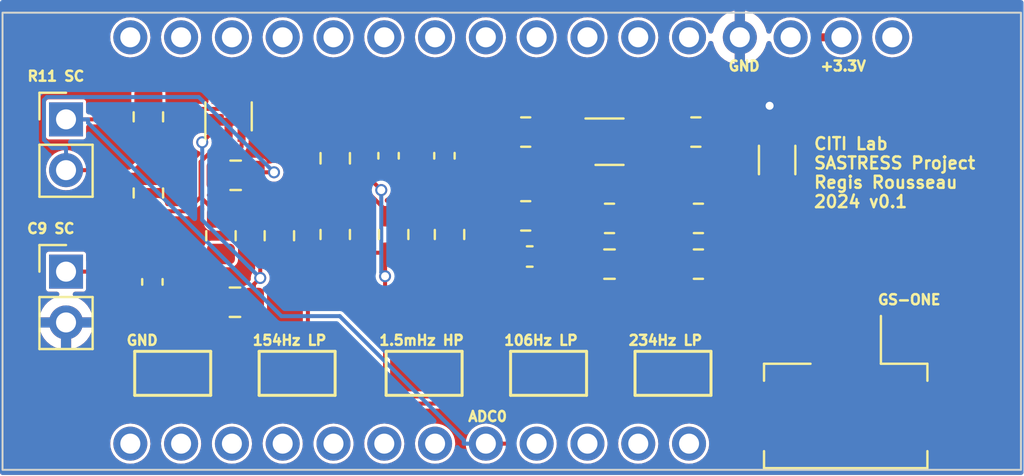
<source format=kicad_pcb>
(kicad_pcb (version 20211014) (generator pcbnew)
  (title_block (title "Sensor Ampliflying and Filtering Board") (date "2024-01-30") (rev "v0.1") (company "CITI Lab"))
  (layers (0 "F.Cu" mixed) (31 "B.Cu" mixed) (34 "B.Paste" user) (35 "F.Paste" user) (36 "B.SilkS" user "B.Silkscreen") (37 "F.SilkS" user "F.Silkscreen") (38 "B.Mask" user) (39 "F.Mask" user) (44 "Edge.Cuts" user))
  (net 0 "")
  (net 2 "GND")
  (net 3 "Net-(C2-Pad1)")
  (net 4 "Net-(C2-Pad2)")
  (net 5 "Net-(C3-Pad1)")
  (net 6 "Net-(C3-Pad2)")
  (net 7 "Net-(C4-Pad2)")
  (net 8 "Net-(C5-Pad1)")
  (net 9 "Net-(C6-Pad1)")
  (net 10 "Net-(C7-Pad1)")
  (net 11 "Net-(C7-Pad2)")
  (net 12 "Net-(C8-Pad1)")
  (net 13 "Net-(C9-Pad1)")
  (net 14 "3V3")
  (net 15 "Net-(R12-Pad2)")
  (net 32 "PB13_ADC0")
  (net 37 "Net-(C1-Pad1)")
  (footprint "TestPoint:TestPoint_Keystone_5015_Micro-Minature" (layer "F.Cu") (at 105.664 59.309)
    (fp_text reference "TP5" hide)
    (fp_text value "TestPoint" hide)
    (fp_line (start 1.9 -1.1) (end 1.9 1.1) (layer "F.SilkS") (width 0.15))
    (fp_line (start 1.9 1.1) (end -1.9 1.1) (layer "F.SilkS") (width 0.15))
    (fp_line (start -1.9 -1.1) (end 1.9 -1.1) (layer "F.SilkS") (width 0.15))
    (fp_line (start -1.9 1.1) (end -1.9 -1.1) (layer "F.SilkS") (width 0.15))
    (pad "1" smd rect locked (at 0 0) (size 3.4 1.8) (layers "F.Cu" "F.Paste" "F.Mask") (net 2 "GND"))
  )
  (footprint "Resistor_SMD:R_0805_2012Metric" (layer "F.Cu") (at 119.507 52.3665 -90)
    (fp_text reference "R7" hide)
    (fp_text value "2.2M" hide)
    (fp_line (start -0.227064 -0.735) (end 0.227064 -0.735) (layer "F.SilkS") (width 0.12))
    (fp_line (start -0.227064 0.735) (end 0.227064 0.735) (layer "F.SilkS") (width 0.12))
    (pad "1" smd roundrect locked (at -0.9125 0 270) (size 1.025 1.4) (layers "F.Cu" "F.Paste" "F.Mask") (roundrect_rratio 0.243902) (net 7 "Net-(C4-Pad2)"))
    (pad "2" smd roundrect locked (at 0.9125 0 270) (size 1.025 1.4) (layers "F.Cu" "F.Paste" "F.Mask") (roundrect_rratio 0.243902) (net 8 "Net-(C5-Pad1)"))
  )
  (footprint "Resistor_SMD:R_0805_2012Metric" (layer "F.Cu") (at 131.953 53.848)
    (fp_text reference "R3" hide)
    (fp_text value "220k" hide)
    (fp_line (start -0.227064 -0.735) (end 0.227064 -0.735) (layer "F.SilkS") (width 0.12))
    (fp_line (start -0.227064 0.735) (end 0.227064 0.735) (layer "F.SilkS") (width 0.12))
    (pad "1" smd roundrect locked (at -0.9125 0) (size 1.025 1.4) (layers "F.Cu" "F.Paste" "F.Mask") (roundrect_rratio 0.243902) (net 37 "Net-(C1-Pad1)"))
    (pad "2" smd roundrect locked (at 0.9125 0) (size 1.025 1.4) (layers "F.Cu" "F.Paste" "F.Mask") (roundrect_rratio 0.243902) (net 2 "GND"))
  )
  (footprint "Resistor_SMD:R_0805_2012Metric" (layer "F.Cu") (at 123.317 47.244)
    (fp_text reference "R6" hide)
    (fp_text value "220k" hide)
    (fp_line (start -0.227064 -0.735) (end 0.227064 -0.735) (layer "F.SilkS") (width 0.12))
    (fp_line (start -0.227064 0.735) (end 0.227064 0.735) (layer "F.SilkS") (width 0.12))
    (pad "1" smd roundrect locked (at -0.9125 0) (size 1.025 1.4) (layers "F.Cu" "F.Paste" "F.Mask") (roundrect_rratio 0.243902) (net 8 "Net-(C5-Pad1)"))
    (pad "2" smd roundrect locked (at 0.9125 0) (size 1.025 1.4) (layers "F.Cu" "F.Paste" "F.Mask") (roundrect_rratio 0.243902) (net 37 "Net-(C1-Pad1)"))
  )
  (footprint "Package_TO_SOT_SMD:SOT-353_SC-70-5" (layer "F.Cu") (at 127.508 47.726)
    (fp_text reference "U1" hide)
    (fp_text value "TLV9001IDCK" hide)
    (fp_line (start -0.7 1.16) (end 0.7 1.16) (layer "F.SilkS") (width 0.12))
    (fp_line (start 0.7 -1.16) (end -1.2 -1.16) (layer "F.SilkS") (width 0.12))
    (pad "1" smd rect locked (at -0.95 -0.65) (size 0.65 0.4) (layers "F.Cu" "F.Paste" "F.Mask") (net 37 "Net-(C1-Pad1)"))
    (pad "2" smd rect locked (at -0.95 0) (size 0.65 0.4) (layers "F.Cu" "F.Paste" "F.Mask") (net 2 "GND"))
    (pad "3" smd rect locked (at -0.95 0.65) (size 0.65 0.4) (layers "F.Cu" "F.Paste" "F.Mask") (net 5 "Net-(C3-Pad1)"))
    (pad "4" smd rect locked (at 0.95 0.65) (size 0.65 0.4) (layers "F.Cu" "F.Paste" "F.Mask") (net 6 "Net-(C3-Pad2)"))
    (pad "5" smd rect locked (at 0.95 -0.65) (size 0.65 0.4) (layers "F.Cu" "F.Paste" "F.Mask") (net 14 "3V3"))
  )
  (footprint "Resistor_SMD:R_0805_2012Metric" (layer "F.Cu") (at 131.826 47.244)
    (fp_text reference "R1" hide)
    (fp_text value "220k" hide)
    (fp_line (start -0.227064 0.735) (end 0.227064 0.735) (layer "F.SilkS") (width 0.12))
    (fp_line (start -0.227064 -0.735) (end 0.227064 -0.735) (layer "F.SilkS") (width 0.12))
    (pad "1" smd roundrect locked (at -0.9125 0) (size 1.025 1.4) (layers "F.Cu" "F.Paste" "F.Mask") (roundrect_rratio 0.243902) (net 14 "3V3"))
    (pad "2" smd roundrect locked (at 0.9125 0) (size 1.025 1.4) (layers "F.Cu" "F.Paste" "F.Mask") (roundrect_rratio 0.243902) (net 37 "Net-(C1-Pad1)"))
  )
  (footprint "Resistor_SMD:R_0805_2012Metric" (layer "F.Cu") (at 123.317 51.435)
    (fp_text reference "R4" hide)
    (fp_text value "10k" hide)
    (fp_line (start -0.227064 -0.735) (end 0.227064 -0.735) (layer "F.SilkS") (width 0.12))
    (fp_line (start -0.227064 0.735) (end 0.227064 0.735) (layer "F.SilkS") (width 0.12))
    (pad "1" smd roundrect locked (at -0.9125 0) (size 1.025 1.4) (layers "F.Cu" "F.Paste" "F.Mask") (roundrect_rratio 0.243902) (net 4 "Net-(C2-Pad2)"))
    (pad "2" smd roundrect locked (at 0.9125 0) (size 1.025 1.4) (layers "F.Cu" "F.Paste" "F.Mask") (roundrect_rratio 0.243902) (net 5 "Net-(C3-Pad1)"))
  )
  (footprint "Resistor_SMD:R_0805_2012Metric" (layer "F.Cu") (at 113.792 52.3665 -90)
    (fp_text reference "R9" hide)
    (fp_text value "68k" hide)
    (fp_line (start -0.227064 0.735) (end 0.227064 0.735) (layer "F.SilkS") (width 0.12))
    (fp_line (start -0.227064 -0.735) (end 0.227064 -0.735) (layer "F.SilkS") (width 0.12))
    (pad "1" smd roundrect locked (at -0.9125 0 270) (size 1.025 1.4) (layers "F.Cu" "F.Paste" "F.Mask") (roundrect_rratio 0.243902) (net 10 "Net-(C7-Pad1)"))
    (pad "2" smd roundrect locked (at 0.9125 0 270) (size 1.025 1.4) (layers "F.Cu" "F.Paste" "F.Mask") (roundrect_rratio 0.243902) (net 9 "Net-(C6-Pad1)"))
  )
  (footprint "Connector_PinHeader_2.54mm:PinHeader_1x02_P2.54mm_Vertical" (layer "F.Cu") (at 100.33 54.224)
    (fp_text reference "J2" hide)
    (fp_text value "Conn_01x02_Female" hide)
    (fp_line (start -1.33 -1.33) (end 0 -1.33) (layer "F.SilkS") (width 0.12))
    (fp_line (start -1.33 0) (end -1.33 -1.33) (layer "F.SilkS") (width 0.12))
    (fp_line (start 1.33 1.27) (end 1.33 3.87) (layer "F.SilkS") (width 0.12))
    (fp_line (start -1.33 1.27) (end -1.33 3.87) (layer "F.SilkS") (width 0.12))
    (fp_line (start -1.33 1.27) (end 1.33 1.27) (layer "F.SilkS") (width 0.12))
    (fp_line (start -1.33 3.87) (end 1.33 3.87) (layer "F.SilkS") (width 0.12))
    (pad "1" thru_hole rect locked (at 0 0) (size 1.7 1.7) (drill 1) (layers *.Cu *.Mask) (net 13 "Net-(C9-Pad1)"))
    (pad "2" thru_hole oval locked (at 0 2.54) (size 1.7 1.7) (drill 1) (layers *.Cu *.Mask) (net 2 "GND"))
  )
  (footprint "Resistor_SMD:R_0805_2012Metric" (layer "F.Cu") (at 108.077 52.4275 -90)
    (fp_text reference "R13" hide)
    (fp_text value "4.7k" hide)
    (fp_line (start -0.227064 0.735) (end 0.227064 0.735) (layer "F.SilkS") (width 0.12))
    (fp_line (start -0.227064 -0.735) (end 0.227064 -0.735) (layer "F.SilkS") (width 0.12))
    (pad "1" smd roundrect locked (at -0.9125 0 270) (size 1.025 1.4) (layers "F.Cu" "F.Paste" "F.Mask") (roundrect_rratio 0.243902) (net 15 "Net-(R12-Pad2)"))
    (pad "2" smd roundrect locked (at 0.9125 0 270) (size 1.025 1.4) (layers "F.Cu" "F.Paste" "F.Mask") (roundrect_rratio 0.243902) (net 13 "Net-(C9-Pad1)"))
  )
  (footprint "TestPoint:TestPoint_Keystone_5015_Micro-Minature" (layer "F.Cu") (at 111.887 59.309)
    (fp_text reference "TP1" hide)
    (fp_text value "TestPoint" hide)
    (fp_line (start 1.9 1.1) (end -1.9 1.1) (layer "F.SilkS") (width 0.15))
    (fp_line (start -1.9 1.1) (end -1.9 -1.1) (layer "F.SilkS") (width 0.15))
    (fp_line (start 1.9 -1.1) (end 1.9 1.1) (layer "F.SilkS") (width 0.15))
    (fp_line (start -1.9 -1.1) (end 1.9 -1.1) (layer "F.SilkS") (width 0.15))
    (pad "1" smd rect locked (at 0 0) (size 3.4 1.8) (layers "F.Cu" "F.Paste" "F.Mask") (net 6 "Net-(C3-Pad2)"))
  )
  (footprint "Capacitor_SMD:C_0603_1608Metric" (layer "F.Cu") (at 116.459 48.4295 -90)
    (fp_text reference "C6" hide)
    (fp_text value "220n" hide)
    (fp_line (start -0.14058 0.51) (end 0.14058 0.51) (layer "F.SilkS") (width 0.12))
    (fp_line (start -0.14058 -0.51) (end 0.14058 -0.51) (layer "F.SilkS") (width 0.12))
    (pad "1" smd roundrect locked (at -0.775 0 270) (size 0.9 0.95) (layers "F.Cu" "F.Paste" "F.Mask") (net 9 "Net-(C6-Pad1)"))
    (pad "2" smd roundrect locked (at 0.775 0 270) (size 0.9 0.95) (layers "F.Cu" "F.Paste" "F.Mask") (net 2 "GND"))
  )
  (footprint "Capacitor_SMD:C_0805_2012Metric" (layer "F.Cu") (at 127.508 53.848)
    (fp_text reference "C3" hide)
    (fp_text value "2.2n" hide)
    (fp_line (start -0.261252 -0.735) (end 0.261252 -0.735) (layer "F.SilkS") (width 0.12))
    (fp_line (start -0.261252 0.735) (end 0.261252 0.735) (layer "F.SilkS") (width 0.12))
    (pad "1" smd roundrect locked (at -0.95 0) (size 1 1.45) (layers "F.Cu" "F.Paste" "F.Mask") (net 5 "Net-(C3-Pad1)"))
    (pad "2" smd roundrect locked (at 0.95 0) (size 1 1.45) (layers "F.Cu" "F.Paste" "F.Mask") (net 6 "Net-(C3-Pad2)"))
  )
  (footprint "Resistor_SMD:R_0805_2012Metric" (layer "F.Cu") (at 104.448 50.292 -90)
    (fp_text reference "R12" hide)
    (fp_text value "4.7k" hide)
    (fp_line (start -0.227064 -0.735) (end 0.227064 -0.735) (layer "F.SilkS") (width 0.12))
    (fp_line (start -0.227064 0.735) (end 0.227064 0.735) (layer "F.SilkS") (width 0.12))
    (pad "1" smd roundrect locked (at -0.9125 0 270) (size 1.025 1.4) (layers "F.Cu" "F.Paste" "F.Mask") (roundrect_rratio 0.243902) (net 11 "Net-(C7-Pad2)"))
    (pad "2" smd roundrect locked (at 0.9125 0 270) (size 1.025 1.4) (layers "F.Cu" "F.Paste" "F.Mask") (roundrect_rratio 0.243902) (net 15 "Net-(R12-Pad2)"))
  )
  (footprint "Connector_JST:JST_PH_B2B-PH-SM4-TB_1x02-1MP_P2.00mm_Vertical" (layer "F.Cu") (at 139.319 59.69 180)
    (fp_text reference "JST1" hide)
    (fp_text value "Conn_01x02" hide)
    (fp_line (start -4.085 0.86) (end -1.76 0.86) (layer "F.SilkS") (width 0.12))
    (fp_line (start 4.085 0.01) (end 4.085 0.86) (layer "F.SilkS") (width 0.12))
    (fp_line (start 4.085 0.86) (end 1.76 0.86) (layer "F.SilkS") (width 0.12))
    (fp_line (start -4.085 -3.51) (end -4.085 -4.36) (layer "F.SilkS") (width 0.12))
    (fp_line (start -4.085 -4.36) (end 4.085 -4.36) (layer "F.SilkS") (width 0.12))
    (fp_line (start 4.085 -4.36) (end 4.085 -3.51) (layer "F.SilkS") (width 0.12))
    (fp_line (start -1.76 0.86) (end -1.76 3.25) (layer "F.SilkS") (width 0.12))
    (fp_line (start -4.085 0.01) (end -4.085 0.86) (layer "F.SilkS") (width 0.12))
    (pad "1" smd roundrect locked (at -1 0.5 180) (size 1 5.5) (layers "F.Cu" "F.Paste" "F.Mask") (net 37 "Net-(C1-Pad1)"))
    (pad "2" smd roundrect locked (at 1 0.5 180) (size 1 5.5) (layers "F.Cu" "F.Paste" "F.Mask") (net 3 "Net-(C2-Pad1)"))
    (pad "MP" smd roundrect locked (at -3.4 -1.75 180) (size 1.6 3) (layers "F.Cu" "F.Paste" "F.Mask") (roundrect_rratio 0.15625))
    (pad "MP" smd roundrect locked (at 3.4 -1.75 180) (size 1.6 3) (layers "F.Cu" "F.Paste" "F.Mask") (roundrect_rratio 0.15625))
  )
  (footprint "penguino_v1:Feather-Generic-no-holes" (layer "F.Cu") (at 147.9945 41.2355 -90)
    (fp_text reference "board1" hide)
    (fp_text value "Feather-Generic" hide)
    (pad "1" thru_hole oval locked (at 1.27 6.35 270) (size 1.7 1.7) (drill 1) (layers *.Cu *.Mask))
    (pad "2" thru_hole oval locked (at 1.27 8.89 270) (size 1.7 1.7) (drill 1) (layers *.Cu *.Mask) (net 14 "3V3"))
    (pad "3" thru_hole oval locked (at 1.27 11.43 270) (size 1.7 1.7) (drill 1) (layers *.Cu *.Mask))
    (pad "4" thru_hole oval locked (at 1.27 13.97 270) (size 1.7 1.7) (drill 1) (layers *.Cu *.Mask) (net 2 "GND"))
    (pad "5" thru_hole oval locked (at 1.27 16.51 270) (size 1.7 1.7) (drill 1) (layers *.Cu *.Mask))
    (pad "6" thru_hole oval locked (at 1.27 19.05 270) (size 1.7 1.7) (drill 1) (layers *.Cu *.Mask))
    (pad "7" thru_hole oval locked (at 1.27 21.59 270) (size 1.7 1.7) (drill 1) (layers *.Cu *.Mask))
    (pad "8" thru_hole oval locked (at 1.27 24.13 270) (size 1.7 1.7) (drill 1) (layers *.Cu *.Mask))
    (pad "9" thru_hole oval locked (at 1.27 26.67 270) (size 1.7 1.7) (drill 1) (layers *.Cu *.Mask))
    (pad "10" thru_hole oval locked (at 1.27 29.21 270) (size 1.7 1.7) (drill 1) (layers *.Cu *.Mask))
    (pad "11" thru_hole oval locked (at 1.27 31.75 270) (size 1.7 1.7) (drill 1) (layers *.Cu *.Mask))
    (pad "12" thru_hole oval locked (at 1.27 34.29 270) (size 1.7 1.7) (drill 1) (layers *.Cu *.Mask))
    (pad "13" thru_hole oval locked (at 1.27 36.83 270) (size 1.7 1.7) (drill 1) (layers *.Cu *.Mask))
    (pad "14" thru_hole oval locked (at 1.27 39.37 270) (size 1.7 1.7) (drill 1) (layers *.Cu *.Mask))
    (pad "15" thru_hole oval locked (at 1.27 41.91 270) (size 1.7 1.7) (drill 1) (layers *.Cu *.Mask))
    (pad "16" thru_hole oval locked (at 1.27 44.45 270) (size 1.7 1.7) (drill 1) (layers *.Cu *.Mask))
    (pad "17" thru_hole oval locked (at 21.59 44.45 270) (size 1.7 1.7) (drill 1) (layers *.Cu *.Mask))
    (pad "18" thru_hole oval locked (at 21.59 41.91 270) (size 1.7 1.7) (drill 1) (layers *.Cu *.Mask))
    (pad "19" thru_hole oval locked (at 21.59 39.37 270) (size 1.7 1.7) (drill 1) (layers *.Cu *.Mask))
    (pad "20" thru_hole oval locked (at 21.59 36.83 270) (size 1.7 1.7) (drill 1) (layers *.Cu *.Mask))
    (pad "21" thru_hole oval locked (at 21.59 34.29 270) (size 1.7 1.7) (drill 1) (layers *.Cu *.Mask))
    (pad "22" thru_hole oval locked (at 21.59 31.75 270) (size 1.7 1.7) (drill 1) (layers *.Cu *.Mask))
    (pad "23" thru_hole oval locked (at 21.59 29.21 270) (size 1.7 1.7) (drill 1) (layers *.Cu *.Mask))
    (pad "24" thru_hole oval locked (at 21.59 26.67 270) (size 1.7 1.7) (drill 1) (layers *.Cu *.Mask) (net 32 "PB13_ADC0"))
    (pad "25" thru_hole oval locked (at 21.59 24.13 270) (size 1.7 1.7) (drill 1) (layers *.Cu *.Mask))
    (pad "26" thru_hole oval locked (at 21.59 21.59 270) (size 1.7 1.7) (drill 1) (layers *.Cu *.Mask))
    (pad "27" thru_hole oval locked (at 21.59 19.05 270) (size 1.7 1.7) (drill 1) (layers *.Cu *.Mask))
    (pad "28" thru_hole oval locked (at 21.59 16.51 270) (size 1.7 1.7) (drill 1) (layers *.Cu *.Mask))
  )
  (footprint "Capacitor_SMD:C_0805_2012Metric" (layer "F.Cu") (at 108.812 49.4055)
    (fp_text reference "C7" hide)
    (fp_text value "10n" hide)
    (fp_line (start -0.261252 0.735) (end 0.261252 0.735) (layer "F.SilkS") (width 0.12))
    (fp_line (start -0.261252 -0.735) (end 0.261252 -0.735) (layer "F.SilkS") (width 0.12))
    (pad "1" smd roundrect locked (at -0.95 0) (size 1 1.45) (layers "F.Cu" "F.Paste" "F.Mask") (net 10 "Net-(C7-Pad1)"))
    (pad "2" smd roundrect locked (at 0.95 0) (size 1 1.45) (layers "F.Cu" "F.Paste" "F.Mask") (net 11 "Net-(C7-Pad2)"))
  )
  (footprint "Package_TO_SOT_SMD:SOT-353_SC-70-5" (layer "F.Cu") (at 108.458 46.4585 90)
    (fp_text reference "U2" hide)
    (fp_text value "TLV9001IDCK" hide)
    (fp_line (start -0.7 1.16) (end 0.7 1.16) (layer "F.SilkS") (width 0.12))
    (fp_line (start 0.7 -1.16) (end -1.2 -1.16) (layer "F.SilkS") (width 0.12))
    (pad "1" smd rect locked (at -0.95 -0.65 90) (size 0.65 0.4) (layers "F.Cu" "F.Paste" "F.Mask") (net 12 "Net-(C8-Pad1)"))
    (pad "2" smd rect locked (at -0.95 0 90) (size 0.65 0.4) (layers "F.Cu" "F.Paste" "F.Mask") (net 2 "GND"))
    (pad "3" smd rect locked (at -0.95 0.65 90) (size 0.65 0.4) (layers "F.Cu" "F.Paste" "F.Mask") (net 15 "Net-(R12-Pad2)"))
    (pad "4" smd rect locked (at 0.95 0.65 90) (size 0.65 0.4) (layers "F.Cu" "F.Paste" "F.Mask") (net 32 "PB13_ADC0"))
    (pad "5" smd rect locked (at 0.95 -0.65 90) (size 0.65 0.4) (layers "F.Cu" "F.Paste" "F.Mask") (net 14 "3V3"))
  )
  (footprint "Resistor_SMD:R_0805_2012Metric" (layer "F.Cu") (at 127.508 51.562)
    (fp_text reference "R5" hide)
    (fp_text value "470k" hide)
    (fp_line (start -0.227064 0.735) (end 0.227064 0.735) (layer "F.SilkS") (width 0.12))
    (fp_line (start -0.227064 -0.735) (end 0.227064 -0.735) (layer "F.SilkS") (width 0.12))
    (pad "1" smd roundrect locked (at -0.9125 0) (size 1.025 1.4) (layers "F.Cu" "F.Paste" "F.Mask") (roundrect_rratio 0.243902) (net 5 "Net-(C3-Pad1)"))
    (pad "2" smd roundrect locked (at 0.9125 0) (size 1.025 1.4) (layers "F.Cu" "F.Paste" "F.Mask") (roundrect_rratio 0.243902) (net 6 "Net-(C3-Pad2)"))
  )
  (footprint "Resistor_SMD:R_0805_2012Metric" (layer "F.Cu") (at 104.448 46.482 -90)
    (fp_text reference "R11" hide)
    (fp_text value "100k" hide)
    (fp_line (start -0.227064 -0.735) (end 0.227064 -0.735) (layer "F.SilkS") (width 0.12))
    (fp_line (start -0.227064 0.735) (end 0.227064 0.735) (layer "F.SilkS") (width 0.12))
    (pad "1" smd roundrect locked (at -0.9125 0 270) (size 1.025 1.4) (layers "F.Cu" "F.Paste" "F.Mask") (roundrect_rratio 0.243902) (net 32 "PB13_ADC0"))
    (pad "2" smd roundrect locked (at 0.9125 0 270) (size 1.025 1.4) (layers "F.Cu" "F.Paste" "F.Mask") (roundrect_rratio 0.243902) (net 11 "Net-(C7-Pad2)"))
  )
  (footprint "Resistor_SMD:R_0805_2012Metric" (layer "F.Cu") (at 110.998 52.4275 -90)
    (fp_text reference "R10" hide)
    (fp_text value "68k" hide)
    (fp_line (start -0.227064 0.735) (end 0.227064 0.735) (layer "F.SilkS") (width 0.12))
    (fp_line (start -0.227064 -0.735) (end 0.227064 -0.735) (layer "F.SilkS") (width 0.12))
    (pad "1" smd roundrect locked (at -0.9125 0 270) (size 1.025 1.4) (layers "F.Cu" "F.Paste" "F.Mask") (roundrect_rratio 0.243902) (net 12 "Net-(C8-Pad1)"))
    (pad "2" smd roundrect locked (at 0.9125 0 270) (size 1.025 1.4) (layers "F.Cu" "F.Paste" "F.Mask") (roundrect_rratio 0.243902) (net 10 "Net-(C7-Pad1)"))
  )
  (footprint "TestPoint:TestPoint_Keystone_5015_Micro-Minature" (layer "F.Cu") (at 118.237 59.309)
    (fp_text reference "TP2" hide)
    (fp_text value "TestPoint" hide)
    (fp_line (start -1.9 -1.1) (end 1.9 -1.1) (layer "F.SilkS") (width 0.15))
    (fp_line (start 1.9 1.1) (end -1.9 1.1) (layer "F.SilkS") (width 0.15))
    (fp_line (start -1.9 1.1) (end -1.9 -1.1) (layer "F.SilkS") (width 0.15))
    (fp_line (start 1.9 -1.1) (end 1.9 1.1) (layer "F.SilkS") (width 0.15))
    (pad "1" smd rect locked (at 0 0) (size 3.4 1.8) (layers "F.Cu" "F.Paste" "F.Mask") (net 7 "Net-(C4-Pad2)"))
  )
  (footprint "TestPoint:TestPoint_Keystone_5015_Micro-Minature" (layer "F.Cu") (at 130.683 59.309)
    (fp_text reference "TP4" hide)
    (fp_text value "TestPoint" hide)
    (fp_line (start 1.9 -1.1) (end 1.9 1.1) (layer "F.SilkS") (width 0.15))
    (fp_line (start -1.9 1.1) (end -1.9 -1.1) (layer "F.SilkS") (width 0.15))
    (fp_line (start 1.9 1.1) (end -1.9 1.1) (layer "F.SilkS") (width 0.15))
    (fp_line (start -1.9 -1.1) (end 1.9 -1.1) (layer "F.SilkS") (width 0.15))
    (pad "1" smd rect locked (at 0 0) (size 3.4 1.8) (layers "F.Cu" "F.Paste" "F.Mask") (net 32 "PB13_ADC0"))
  )
  (footprint "Resistor_SMD:R_0805_2012Metric" (layer "F.Cu") (at 131.953 51.562)
    (fp_text reference "R2" hide)
    (fp_text value "7.5k" hide)
    (fp_line (start -0.227064 -0.735) (end 0.227064 -0.735) (layer "F.SilkS") (width 0.12))
    (fp_line (start -0.227064 0.735) (end 0.227064 0.735) (layer "F.SilkS") (width 0.12))
    (pad "1" smd roundrect locked (at -0.9125 0) (size 1.025 1.4) (layers "F.Cu" "F.Paste" "F.Mask") (roundrect_rratio 0.243902) (net 3 "Net-(C2-Pad1)"))
    (pad "2" smd roundrect locked (at 0.9125 0) (size 1.025 1.4) (layers "F.Cu" "F.Paste" "F.Mask") (roundrect_rratio 0.243902) (net 37 "Net-(C1-Pad1)"))
  )
  (footprint "Capacitor_SMD:C_0603_1608Metric" (layer "F.Cu") (at 123.517 53.467 180)
    (fp_text reference "C2" hide)
    (fp_text value "2.2u" hide)
    (fp_line (start -0.14058 -0.51) (end 0.14058 -0.51) (layer "F.SilkS") (width 0.12))
    (fp_line (start -0.14058 0.51) (end 0.14058 0.51) (layer "F.SilkS") (width 0.12))
    (pad "1" smd roundrect locked (at -0.775 0 180) (size 0.9 0.95) (layers "F.Cu" "F.Paste" "F.Mask") (net 3 "Net-(C2-Pad1)"))
    (pad "2" smd roundrect locked (at 0.775 0 180) (size 0.9 0.95) (layers "F.Cu" "F.Paste" "F.Mask") (net 4 "Net-(C2-Pad2)"))
  )
  (footprint "Capacitor_SMD:C_0805_2012Metric" (layer "F.Cu") (at 108.778 55.753 180)
    (fp_text reference "C8" hide)
    (fp_text value "10n" hide)
    (fp_line (start -0.261252 0.735) (end 0.261252 0.735) (layer "F.SilkS") (width 0.12))
    (fp_line (start -0.261252 -0.735) (end 0.261252 -0.735) (layer "F.SilkS") (width 0.12))
    (pad "1" smd roundrect locked (at -0.95 0 180) (size 1 1.45) (layers "F.Cu" "F.Paste" "F.Mask") (net 12 "Net-(C8-Pad1)"))
    (pad "2" smd roundrect locked (at 0.95 0 180) (size 1 1.45) (layers "F.Cu" "F.Paste" "F.Mask") (net 2 "GND"))
  )
  (footprint "TestPoint:TestPoint_Keystone_5015_Micro-Minature" (layer "F.Cu") (at 124.46 59.309)
    (fp_text reference "TP3" hide)
    (fp_text value "TestPoint" hide)
    (fp_line (start -1.9 1.1) (end -1.9 -1.1) (layer "F.SilkS") (width 0.15))
    (fp_line (start 1.9 -1.1) (end 1.9 1.1) (layer "F.SilkS") (width 0.15))
    (fp_line (start 1.9 1.1) (end -1.9 1.1) (layer "F.SilkS") (width 0.15))
    (fp_line (start -1.9 -1.1) (end 1.9 -1.1) (layer "F.SilkS") (width 0.15))
    (pad "1" smd rect locked (at 0 0) (size 3.4 1.8) (layers "F.Cu" "F.Paste" "F.Mask") (net 9 "Net-(C6-Pad1)"))
  )
  (footprint "Resistor_SMD:R_0805_2012Metric" (layer "F.Cu") (at 116.713 52.3665 90)
    (fp_text reference "R8" hide)
    (fp_text value "6.8k" hide)
    (fp_line (start -0.227064 -0.735) (end 0.227064 -0.735) (layer "F.SilkS") (width 0.12))
    (fp_line (start -0.227064 0.735) (end 0.227064 0.735) (layer "F.SilkS") (width 0.12))
    (pad "1" smd roundrect locked (at -0.9125 0 90) (size 1.025 1.4) (layers "F.Cu" "F.Paste" "F.Mask") (roundrect_rratio 0.243902) (net 9 "Net-(C6-Pad1)"))
    (pad "2" smd roundrect locked (at 0.9125 0 90) (size 1.025 1.4) (layers "F.Cu" "F.Paste" "F.Mask") (roundrect_rratio 0.243902) (net 7 "Net-(C4-Pad2)"))
  )
  (footprint "Capacitor_SMD:C_1206_3216Metric" (layer "F.Cu") (at 135.89 48.641 90)
    (fp_text reference "C1" hide)
    (fp_text value "100u" hide)
    (fp_line (start -0.711252 -0.91) (end 0.711252 -0.91) (layer "F.SilkS") (width 0.12))
    (fp_line (start -0.711252 0.91) (end 0.711252 0.91) (layer "F.SilkS") (width 0.12))
    (pad "1" smd roundrect locked (at -1.475 0 90) (size 1.15 1.8) (layers "F.Cu" "F.Paste" "F.Mask") (roundrect_rratio 0.217391) (net 37 "Net-(C1-Pad1)"))
    (pad "2" smd roundrect locked (at 1.475 0 90) (size 1.15 1.8) (layers "F.Cu" "F.Paste" "F.Mask") (roundrect_rratio 0.217391) (net 2 "GND"))
  )
  (footprint "Capacitor_SMD:C_0603_1608Metric" (layer "F.Cu") (at 104.648 54.737 -90)
    (fp_text reference "C9" hide)
    (fp_text value "2.2u" hide)
    (fp_line (start -0.14058 -0.51) (end 0.14058 -0.51) (layer "F.SilkS") (width 0.12))
    (fp_line (start -0.14058 0.51) (end 0.14058 0.51) (layer "F.SilkS") (width 0.12))
    (pad "1" smd roundrect locked (at -0.775 0 270) (size 0.9 0.95) (layers "F.Cu" "F.Paste" "F.Mask") (net 13 "Net-(C9-Pad1)"))
    (pad "2" smd roundrect locked (at 0.775 0 270) (size 0.9 0.95) (layers "F.Cu" "F.Paste" "F.Mask") (net 2 "GND"))
  )
  (footprint "Capacitor_SMD:C_0603_1608Metric" (layer "F.Cu") (at 119.253 48.4295 -90)
    (fp_text reference "C5" hide)
    (fp_text value "100n" hide)
    (fp_line (start -0.14058 -0.51) (end 0.14058 -0.51) (layer "F.SilkS") (width 0.12))
    (fp_line (start -0.14058 0.51) (end 0.14058 0.51) (layer "F.SilkS") (width 0.12))
    (pad "1" smd roundrect locked (at -0.775 0 270) (size 0.9 0.95) (layers "F.Cu" "F.Paste" "F.Mask") (net 8 "Net-(C5-Pad1)"))
    (pad "2" smd roundrect locked (at 0.775 0 270) (size 0.9 0.95) (layers "F.Cu" "F.Paste" "F.Mask") (net 2 "GND"))
  )
  (footprint "Capacitor_SMD:C_0805_2012Metric" (layer "F.Cu") (at 113.792 48.5565 90)
    (fp_text reference "C4" hide)
    (fp_text value "47u" hide)
    (fp_line (start -0.261252 -0.735) (end 0.261252 -0.735) (layer "F.SilkS") (width 0.12))
    (fp_line (start -0.261252 0.735) (end 0.261252 0.735) (layer "F.SilkS") (width 0.12))
    (pad "1" smd roundrect locked (at -0.95 0 90) (size 1 1.45) (layers "F.Cu" "F.Paste" "F.Mask") (net 6 "Net-(C3-Pad2)"))
    (pad "2" smd roundrect locked (at 0.95 0 90) (size 1 1.45) (layers "F.Cu" "F.Paste" "F.Mask") (net 7 "Net-(C4-Pad2)"))
  )
  (footprint "Connector_PinHeader_2.54mm:PinHeader_1x02_P2.54mm_Vertical" (layer "F.Cu") (at 100.33 46.609)
    (fp_text reference "J1" hide)
    (fp_text value "Conn_01x02_Female" hide)
    (fp_line (start -1.33 1.27) (end -1.33 3.87) (layer "F.SilkS") (width 0.12))
    (fp_line (start -1.33 -1.33) (end 0 -1.33) (layer "F.SilkS") (width 0.12))
    (fp_line (start -1.33 1.27) (end 1.33 1.27) (layer "F.SilkS") (width 0.12))
    (fp_line (start -1.33 0) (end -1.33 -1.33) (layer "F.SilkS") (width 0.12))
    (fp_line (start -1.33 3.87) (end 1.33 3.87) (layer "F.SilkS") (width 0.12))
    (fp_line (start 1.33 1.27) (end 1.33 3.87) (layer "F.SilkS") (width 0.12))
    (pad "1" thru_hole rect locked (at 0 0) (size 1.7 1.7) (drill 1) (layers *.Cu *.Mask) (net 32 "PB13_ADC0"))
    (pad "2" thru_hole oval locked (at 0 2.54) (size 1.7 1.7) (drill 1) (layers *.Cu *.Mask) (net 11 "Net-(C7-Pad2)"))
  )
  (gr_rect (start 97.155 41.275) (end 148.082 64.135) (layer "Edge.Cuts") (width 0.1) (fill none))
  (gr_text "GS-ONE" (at 142.494 55.626) (layer "F.SilkS") (effects (font (size 0.5 0.5) (thickness 0.125))))
  (gr_text "ADC0" (at 121.412 61.468) (layer "F.SilkS") (effects (font (size 0.5 0.5) (thickness 0.125))))
  (gr_text "C9 SC" (at 99.568 52.07) (layer "F.SilkS") (effects (font (size 0.5 0.5) (thickness 0.125))))
  (gr_text "GND" (at 104.14 57.658) (layer "F.SilkS") (effects (font (size 0.5 0.5) (thickness 0.125))))
  (gr_text "CITI Lab\nSASTRESS Project\nRegis Rousseau\n2024 v0.1" (at 137.668 49.276) (layer "F.SilkS") (effects (font (size 0.6 0.6) (thickness 0.125)) (justify left)))
  (gr_text "234Hz LP" (at 130.302 57.658) (layer "F.SilkS") (effects (font (size 0.5 0.5) (thickness 0.125))))
  (gr_text "1.5mHz HP" (at 118.11 57.658) (layer "F.SilkS") (effects (font (size 0.5 0.5) (thickness 0.125))))
  (gr_text "GND" (at 134.239 43.942) (layer "F.SilkS") (effects (font (size 0.5 0.5) (thickness 0.125))))
  (gr_text "106Hz LP" (at 124.079 57.658) (layer "F.SilkS") (effects (font (size 0.5 0.5) (thickness 0.125))))
  (gr_text "+3.3V" (at 139.192 43.942) (layer "F.SilkS") (effects (font (size 0.5 0.5) (thickness 0.125))))
  (gr_text "154Hz LP" (at 111.506 57.658) (layer "F.SilkS") (effects (font (size 0.5 0.5) (thickness 0.125))))
  (gr_text "R11 SC" (at 99.822 44.45) (layer "F.SilkS") (effects (font (size 0.5 0.5) (thickness 0.125))))
  (segment (start 135.5134 45.9293) (end 135.89 46.3059) (width 0.4) (layer "F.Cu") (net 2))
  (segment (start 108.458 47.4085) (end 108.458 46.9963) (width 0.4) (layer "F.Cu") (net 2))
  (segment (start 108.458 46.7252) (end 107.2458 46.7252) (width 0.4) (layer "F.Cu") (net 2))
  (segment (start 108.458 46.9963) (end 108.458 46.7252) (width 0.4) (layer "F.Cu") (net 2))
  (segment (start 109.5902 46.7252) (end 108.458 46.7252) (width 0.4) (layer "F.Cu") (net 2))
  (segment (start 135.89 46.3059) (end 135.89 47.166) (width 0.4) (layer "F.Cu") (net 2))
  (segment (start 109.601 46.736) (end 109.5902 46.7252) (width 0.4) (layer "F.Cu") (net 2))
  (via (at 135.5134 45.9293) (size 0.8) (drill 0.4) (layers "F.Cu" "B.Cu") (net 2))
  (segment (start 135.5134 45.1971) (end 135.5134 45.9293) (width 0.4) (layer "B.Cu") (net 2))
  (segment (start 134.0245 43.7082) (end 135.5134 45.1971) (width 0.4) (layer "B.Cu") (net 2))
  (segment (start 134.0245 42.5055) (end 134.0245 43.7082) (width 0.4) (layer "B.Cu") (net 2))
  (segment (start 130.2611 54.5434) (end 134.9077 59.19) (width 0.2) (layer "F.Cu") (net 3))
  (segment (start 124.292 53.772) (end 125.744 55.224) (width 0.2) (layer "F.Cu") (net 3))
  (segment (start 124.292 53.772) (end 124.292 53.467) (width 0.2) (layer "F.Cu") (net 3))
  (segment (start 131.0405 51.562) (end 130.2611 52.3414) (width 0.2) (layer "F.Cu") (net 3))
  (segment (start 134.9077 59.19) (end 138.319 59.19) (width 0.2) (layer "F.Cu") (net 3))
  (segment (start 130.2611 52.3414) (end 130.2611 54.5434) (width 0.2) (layer "F.Cu") (net 3))
  (segment (start 125.744 55.224) (end 129.5805 55.224) (width 0.2) (layer "F.Cu") (net 3))
  (segment (start 129.5805 55.224) (end 130.2611 54.5434) (width 0.2) (layer "F.Cu") (net 3))
  (segment (start 122.742 53.467) (end 122.404 53.1295) (width 0.2) (layer "F.Cu") (net 4))
  (segment (start 122.404 51.4355) (end 122.404 53.1295) (width 0.2) (layer "F.Cu") (net 4))
  (segment (start 122.4045 51.435) (end 122.404 51.4355) (width 0.2) (layer "F.Cu") (net 4))
  (segment (start 125.476 51.4725) (end 124.267 51.4725) (width 0.2) (layer "F.Cu") (net 5))
  (segment (start 126.5957 51.5622) (end 126.596 51.562) (width 0.2) (layer "F.Cu") (net 5))
  (segment (start 126.558 48.376) (end 125.9803 48.376) (width 0.2) (layer "F.Cu") (net 5))
  (segment (start 126.558 53.848) (end 126.558 51.5995) (width 0.2) (layer "F.Cu") (net 5))
  (segment (start 126.558 51.5995) (end 125.603 51.5995) (width 0.2) (layer "F.Cu") (net 5))
  (segment (start 125.603 51.5995) (end 125.476 51.4725) (width 0.2) (layer "F.Cu") (net 5))
  (segment (start 125.476 51.4725) (end 125.476 48.8803) (width 0.2) (layer "F.Cu") (net 5))
  (segment (start 126.5955 51.562) (end 126.5957 51.5622) (width 0.2) (layer "F.Cu") (net 5))
  (segment (start 124.2295 51.435) (end 124.23 51.435) (width 0.2) (layer "F.Cu") (net 5))
  (segment (start 124.267 51.4725) (end 124.23 51.435) (width 0.2) (layer "F.Cu") (net 5))
  (segment (start 126.558 51.5995) (end 126.5957 51.5622) (width 0.2) (layer "F.Cu") (net 5))
  (segment (start 125.476 48.8803) (end 125.9803 48.376) (width 0.2) (layer "F.Cu") (net 5))
  (segment (start 128.4206 53.848) (end 127.4418 54.8268) (width 0.2) (layer "F.Cu") (net 6))
  (segment (start 125.2981 53.3158) (end 124.6831 52.7008) (width 0.2) (layer "F.Cu") (net 6))
  (segment (start 112.246 60.8207) (end 111.887 60.4617) (width 0.2) (layer "F.Cu") (net 6))
  (segment (start 114.3566 52.3302) (end 113.2931 52.3302) (width 0.2) (layer "F.Cu") (net 6))
  (segment (start 128.4205 48.4135) (end 128.4205 51.562) (width 0.2) (layer "F.Cu") (net 6))
  (segment (start 128.458 48.376) (end 128.4205 48.4135) (width 0.2) (layer "F.Cu") (net 6))
  (segment (start 123.517 53.0663) (end 123.517 55.3939) (width 0.2) (layer "F.Cu") (net 6))
  (segment (start 128.4224 53.848) (end 128.4206 53.848) (width 0.2) (layer "F.Cu") (net 6))
  (segment (start 112.4255 57.6178) (end 111.887 58.1563) (width 0.2) (layer "F.Cu") (net 6))
  (segment (start 114.7898 51.897) (end 114.3566 52.3302) (width 0.2) (layer "F.Cu") (net 6))
  (segment (start 127.4418 54.8268) (end 126.0995 54.8268) (width 0.2) (layer "F.Cu") (net 6))
  (segment (start 125.2981 54.0254) (end 125.2981 53.3158) (width 0.2) (layer "F.Cu") (net 6))
  (segment (start 128.4205 51.562) (end 128.4205 53.8461) (width 0.2) (layer "F.Cu") (net 6))
  (segment (start 126.4128 58.2897) (end 126.4128 60.329) (width 0.2) (layer "F.Cu") (net 6))
  (segment (start 128.4206 53.848) (end 128.42 53.848) (width 0.2) (layer "F.Cu") (net 6))
  (segment (start 123.8825 52.7008) (end 123.517 53.0663) (width 0.2) (layer "F.Cu") (net 6))
  (segment (start 113.2931 52.3302) (end 112.4255 53.1978) (width 0.2) (layer "F.Cu") (net 6))
  (segment (start 113.792 49.5065) (end 114.7898 50.5043) (width 0.2) (layer "F.Cu") (net 6))
  (segment (start 124.6831 52.7008) (end 123.8825 52.7008) (width 0.2) (layer "F.Cu") (net 6))
  (segment (start 126.4128 60.329) (end 125.9211 60.8207) (width 0.2) (layer "F.Cu") (net 6))
  (segment (start 128.458 53.848) (end 128.4224 53.848) (width 0.2) (layer "F.Cu") (net 6))
  (segment (start 112.4255 53.1978) (end 112.4255 57.6178) (width 0.2) (layer "F.Cu") (net 6))
  (segment (start 125.9211 60.8207) (end 112.246 60.8207) (width 0.2) (layer "F.Cu") (net 6))
  (segment (start 123.517 55.3939) (end 126.4128 58.2897) (width 0.2) (layer "F.Cu") (net 6))
  (segment (start 114.7898 50.5043) (end 114.7898 51.897) (width 0.2) (layer "F.Cu") (net 6))
  (segment (start 111.887 59.309) (end 111.887 58.1563) (width 0.2) (layer "F.Cu") (net 6))
  (segment (start 111.887 59.309) (end 111.887 60.4617) (width 0.2) (layer "F.Cu") (net 6))
  (segment (start 126.0995 54.8268) (end 125.2981 54.0254) (width 0.2) (layer "F.Cu") (net 6))
  (segment (start 128.4205 53.8461) (end 128.4224 53.848) (width 0.2) (layer "F.Cu") (net 6))
  (segment (start 115.333 49.1475) (end 115.333 50.1656) (width 0.2) (layer "F.Cu") (net 7))
  (segment (start 118.237 58.1563) (end 118.237 51.454) (width 0.2) (layer "F.Cu") (net 7))
  (segment (start 115.333 50.1656) (end 116.6214 51.454) (width 0.2) (layer "F.Cu") (net 7))
  (segment (start 118.237 59.309) (end 118.237 58.1563) (width 0.2) (layer "F.Cu") (net 7))
  (segment (start 113.792 47.6065) (end 115.333 49.1475) (width 0.2) (layer "F.Cu") (net 7))
  (segment (start 116.6214 51.454) (end 116.713 51.454) (width 0.2) (layer "F.Cu") (net 7))
  (segment (start 116.713 51.454) (end 118.237 51.454) (width 0.2) (layer "F.Cu") (net 7))
  (segment (start 118.237 51.454) (end 119.507 51.454) (width 0.2) (layer "F.Cu") (net 7))
  (segment (start 119.253 47.6545) (end 120.4756 47.6545) (width 0.2) (layer "F.Cu") (net 8))
  (segment (start 120.8861 47.244) (end 120.4756 47.6545) (width 0.2) (layer "F.Cu") (net 8))
  (segment (start 120.4756 47.6545) (end 120.4756 52.3104) (width 0.2) (layer "F.Cu") (net 8))
  (segment (start 120.4756 52.3104) (end 119.507 53.279) (width 0.2) (layer "F.Cu") (net 8))
  (segment (start 122.4045 47.244) (end 120.8861 47.244) (width 0.2) (layer "F.Cu") (net 8))
  (segment (start 116.2842 60.3453) (end 116.4006 60.4617) (width 0.2) (layer "F.Cu") (net 9))
  (segment (start 116.2842 53.279) (end 116.2842 54.4536) (width 0.2) (layer "F.Cu") (net 9))
  (segment (start 116.2842 53.279) (end 116.713 53.279) (width 0.2) (layer "F.Cu") (net 9))
  (segment (start 116.2842 54.4536) (end 116.2842 60.3453) (width 0.2) (layer "F.Cu") (net 9))
  (segment (start 124.46 59.309) (end 124.46 60.4617) (width 0.2) (layer "F.Cu") (net 9))
  (segment (start 116.2842 53.279) (end 113.792 53.279) (width 0.2) (layer "F.Cu") (net 9))
  (segment (start 115.7081 48.4054) (end 116.459 47.6545) (width 0.2) (layer "F.Cu") (net 9))
  (segment (start 116.4006 60.4617) (end 124.46 60.4617) (width 0.2) (layer "F.Cu") (net 9))
  (segment (start 115.7081 49.7591) (end 115.7081 48.4054) (width 0.2) (layer "F.Cu") (net 9))
  (segment (start 116.0937 50.1447) (end 115.7081 49.7591) (width 0.2) (layer "F.Cu") (net 9))
  (via (at 116.2842 54.4536) (size 0.6) (drill 0.4) (layers "F.Cu" "B.Cu") (net 9))
  (via (at 116.0937 50.1447) (size 0.6) (drill 0.4) (layers "F.Cu" "B.Cu") (net 9))
  (segment (start 116.2842 54.4536) (end 116.0937 54.2631) (width 0.2) (layer "B.Cu") (net 9))
  (segment (start 116.0937 54.2631) (end 116.0937 50.1447) (width 0.2) (layer "B.Cu") (net 9))
  (segment (start 112.6517 51.6863) (end 112.884 51.454) (width 0.2) (layer "F.Cu") (net 10))
  (segment (start 111.4396 50.4742) (end 112.6517 51.6863) (width 0.2) (layer "F.Cu") (net 10))
  (segment (start 112.884 51.454) (end 113.792 51.454) (width 0.2) (layer "F.Cu") (net 10))
  (segment (start 108.9307 50.4742) (end 111.4396 50.4742) (width 0.2) (layer "F.Cu") (net 10))
  (segment (start 107.862 49.4055) (end 108.9307 50.4742) (width 0.2) (layer "F.Cu") (net 10))
  (segment (start 110.998 53.34) (end 112.6517 51.6863) (width 0.2) (layer "F.Cu") (net 10))
  (segment (start 104.448 47.3945) (end 104.448 49.3795) (width 0.2) (layer "F.Cu") (net 11))
  (segment (start 109.9113 49.2562) (end 110.7301 49.2562) (width 0.2) (layer "F.Cu") (net 11))
  (segment (start 101.4327 49.149) (end 101.6632 49.3795) (width 0.2) (layer "F.Cu") (net 11))
  (segment (start 101.6632 49.3795) (end 104.448 49.3795) (width 0.2) (layer "F.Cu") (net 11))
  (segment (start 109.762 49.4055) (end 109.9113 49.2562) (width 0.2) (layer "F.Cu") (net 11))
  (segment (start 100.33 49.149) (end 101.4327 49.149) (width 0.2) (layer "F.Cu") (net 11))
  (via (at 110.7301 49.2562) (size 0.6) (drill 0.4) (layers "F.Cu" "B.Cu") (net 11))
  (segment (start 100.33 49.149) (end 100.33 48.0463) (width 0.2) (layer "B.Cu") (net 11))
  (segment (start 99.2272 47.6327) (end 99.2272 45.6394) (width 0.2) (layer "B.Cu") (net 11))
  (segment (start 106.9683 45.4944) (end 110.7301 49.2562) (width 0.2) (layer "B.Cu") (net 11))
  (segment (start 99.3722 45.4944) (end 106.9683 45.4944) (width 0.2) (layer "B.Cu") (net 11))
  (segment (start 100.33 48.0463) (end 99.6408 48.0463) (width 0.2) (layer "B.Cu") (net 11))
  (segment (start 99.6408 48.0463) (end 99.2272 47.6327) (width 0.2) (layer "B.Cu") (net 11))
  (segment (start 99.2272 45.6394) (end 99.3722 45.4944) (width 0.2) (layer "B.Cu") (net 11))
  (segment (start 110.0417 52.4713) (end 110.998 51.515) (width 0.2) (layer "F.Cu") (net 12))
  (segment (start 109.728 55.753) (end 109.728 54.8545) (width 0.2) (layer "F.Cu") (net 12))
  (segment (start 107.4855 47.4085) (end 107.808 47.4085) (width 0.2) (layer "F.Cu") (net 12))
  (segment (start 107.1399 47.7541) (end 107.4855 47.4085) (width 0.2) (layer "F.Cu") (net 12))
  (segment (start 109.728 54.8545) (end 110.0417 54.5408) (width 0.2) (layer "F.Cu") (net 12))
  (segment (start 110.0417 54.5408) (end 110.0417 52.4713) (width 0.2) (layer "F.Cu") (net 12))
  (via (at 107.1399 47.7541) (size 0.6) (drill 0.4) (layers "F.Cu" "B.Cu") (net 12))
  (via (at 110.0417 54.5408) (size 0.6) (drill 0.4) (layers "F.Cu" "B.Cu") (net 12))
  (segment (start 107.1399 51.639) (end 110.0417 54.5408) (width 0.2) (layer "B.Cu") (net 12))
  (segment (start 107.1399 47.7541) (end 107.1399 51.639) (width 0.2) (layer "B.Cu") (net 12))
  (segment (start 101.4327 54.224) (end 102.3947 53.262) (width 0.2) (layer "F.Cu") (net 13))
  (segment (start 100.33 54.224) (end 101.4327 54.224) (width 0.2) (layer "F.Cu") (net 13))
  (segment (start 104.648 53.262) (end 107.999 53.262) (width 0.2) (layer "F.Cu") (net 13))
  (segment (start 107.999 53.262) (end 108.077 53.34) (width 0.2) (layer "F.Cu") (net 13))
  (segment (start 104.648 53.262) (end 104.648 53.962) (width 0.2) (layer "F.Cu") (net 13))
  (segment (start 102.3947 53.262) (end 104.648 53.262) (width 0.2) (layer "F.Cu") (net 13))
  (segment (start 128.458 47.076) (end 127.7803 47.076) (width 0.4) (layer "F.Cu") (net 14))
  (segment (start 107.808 45.5085) (end 107.808 44.8308) (width 0.4) (layer "F.Cu") (net 14))
  (segment (start 139.1045 42.5055) (end 137.9018 42.5055) (width 0.4) (layer "F.Cu") (net 14))
  (segment (start 107.808 44.8308) (end 125.5351 44.8308) (width 0.4) (layer "F.Cu") (net 14))
  (segment (start 125.5351 44.8308) (end 127.7803 47.076) (width 0.4) (layer "F.Cu") (net 14))
  (segment (start 135.7124 45.0687) (end 137.9018 42.8793) (width 0.4) (layer "F.Cu") (net 14))
  (segment (start 128.458 47.076) (end 130.7455 47.076) (width 0.4) (layer "F.Cu") (net 14))
  (segment (start 130.9135 47.244) (end 133.0888 45.0687) (width 0.4) (layer "F.Cu") (net 14))
  (segment (start 130.7455 47.076) (end 130.9135 47.244) (width 0.4) (layer "F.Cu") (net 14))
  (segment (start 137.9018 42.8793) (end 137.9018 42.5055) (width 0.4) (layer "F.Cu") (net 14))
  (segment (start 133.0888 45.0687) (end 135.7124 45.0687) (width 0.4) (layer "F.Cu") (net 14))
  (segment (start 107.0571 48.7371) (end 107.0571 50.4951) (width 0.2) (layer "F.Cu") (net 15))
  (segment (start 107.808 47.9862) (end 107.0571 48.7371) (width 0.2) (layer "F.Cu") (net 15))
  (segment (start 106.3477 51.2045) (end 104.448 51.2045) (width 0.2) (layer "F.Cu") (net 15))
  (segment (start 107.0571 50.4951) (end 108.077 51.515) (width 0.2) (layer "F.Cu") (net 15))
  (segment (start 109.108 47.9862) (end 107.808 47.9862) (width 0.2) (layer "F.Cu") (net 15))
  (segment (start 107.0571 50.4951) (end 106.3477 51.2045) (width 0.2) (layer "F.Cu") (net 15))
  (segment (start 109.108 47.4085) (end 109.108 47.9862) (width 0.2) (layer "F.Cu") (net 15))
  (segment (start 103.4085 46.609) (end 104.448 45.5695) (width 0.2) (layer "F.Cu") (net 32))
  (segment (start 129.4219 61.7228) (end 130.683 60.4617) (width 0.2) (layer "F.Cu") (net 32))
  (segment (start 122.4272 62.8255) (end 122.4272 62.6875) (width 0.2) (layer "F.Cu") (net 32))
  (segment (start 104.9647 46.0862) (end 109.108 46.0862) (width 0.2) (layer "F.Cu") (net 32))
  (segment (start 130.683 59.309) (end 130.683 60.4617) (width 0.2) (layer "F.Cu") (net 32))
  (segment (start 122.4272 62.6875) (end 123.3919 61.7228) (width 0.2) (layer "F.Cu") (net 32))
  (segment (start 100.33 46.609) (end 103.4085 46.609) (width 0.2) (layer "F.Cu") (net 32))
  (segment (start 121.3245 62.8255) (end 122.4272 62.8255) (width 0.2) (layer "F.Cu") (net 32))
  (segment (start 109.108 45.5085) (end 109.108 46.0862) (width 0.2) (layer "F.Cu") (net 32))
  (segment (start 123.3919 61.7228) (end 129.4219 61.7228) (width 0.2) (layer "F.Cu") (net 32))
  (segment (start 104.448 45.5695) (end 104.9647 46.0862) (width 0.2) (layer "F.Cu") (net 32))
  (segment (start 101.4327 46.7813) (end 111.1001 56.4487) (width 0.2) (layer "B.Cu") (net 32))
  (segment (start 111.1001 56.4487) (end 114.0162 56.4487) (width 0.2) (layer "B.Cu") (net 32))
  (segment (start 101.4327 46.609) (end 101.4327 46.7813) (width 0.2) (layer "B.Cu") (net 32))
  (segment (start 114.0162 56.4487) (end 120.2218 62.6543) (width 0.2) (layer "B.Cu") (net 32))
  (segment (start 121.3245 62.8255) (end 120.2218 62.8255) (width 0.2) (layer "B.Cu") (net 32))
  (segment (start 100.33 46.609) (end 101.4327 46.609) (width 0.2) (layer "B.Cu") (net 32))
  (segment (start 120.2218 62.6543) (end 120.2218 62.8255) (width 0.2) (layer "B.Cu") (net 32))
  (segment (start 127.5885 47.5288) (end 129.2118 47.5288) (width 0.2) (layer "F.Cu") (net 37))
  (segment (start 132.5322 55.0147) (end 137.6082 55.0147) (width 0.2) (layer "F.Cu") (net 37))
  (segment (start 124.524 46.949) (end 124.377 47.0965) (width 0.2) (layer "F.Cu") (net 37))
  (segment (start 131.5178 48.2682) (end 133.7701 50.5205) (width 0.2) (layer "F.Cu") (net 37))
  (segment (start 132.8655 51.562) (end 132.542 51.562) (width 0.2) (layer "F.Cu") (net 37))
  (segment (start 132.542 47.158) (end 132.6525 47.158) (width 0.2) (layer "F.Cu") (net 37))
  (segment (start 127.1357 47.076) (end 127.5885 47.5288) (width 0.2) (layer "F.Cu") (net 37))
  (segment (start 132.375 47.158) (end 132.334 47.117) (width 0.4) (layer "F.Cu") (net 37))
  (segment (start 140.319 57.7255) (end 140.319 59.19) (width 0.2) (layer "F.Cu") (net 37))
  (segment (start 132.542 47.158) (end 132.375 47.158) (width 0.4) (layer "F.Cu") (net 37))
  (segment (start 131.203 53.6855) (end 132.5322 55.0147) (width 0.2) (layer "F.Cu") (net 37))
  (segment (start 125.9598 47.0965) (end 125.9803 47.076) (width 0.2) (layer "F.Cu") (net 37))
  (segment (start 124.2295 47.244) (end 124.23 47.244) (width 0.2) (layer "F.Cu") (net 37))
  (segment (start 131.0405 53.848) (end 131.203 53.6855) (width 0.2) (layer "F.Cu") (net 37))
  (segment (start 132.542 51.562) (end 132.542 51.7145) (width 0.2) (layer "F.Cu") (net 37))
  (segment (start 132.542 52.3465) (end 132.542 51.7145) (width 0.2) (layer "F.Cu") (net 37))
  (segment (start 135.89 50.116) (end 135.509 50.116) (width 0.2) (layer "F.Cu") (net 37))
  (segment (start 129.9512 48.2682) (end 131.5178 48.2682) (width 0.2) (layer "F.Cu") (net 37))
  (segment (start 124.377 47.0965) (end 124.23 47.244) (width 0.2) (layer "F.Cu") (net 37))
  (segment (start 132.542 51.476) (end 132.542 51.562) (width 0.2) (layer "F.Cu") (net 37))
  (segment (start 126.558 47.076) (end 127.1357 47.076) (width 0.2) (layer "F.Cu") (net 37))
  (segment (start 133.7701 50.5205) (end 133.7701 50.6574) (width 0.2) (layer "F.Cu") (net 37))
  (segment (start 126.2692 47.076) (end 126.558 47.076) (width 0.2) (layer "F.Cu") (net 37))
  (segment (start 135.509 50.116) (end 135.104 50.5205) (width 0.2) (layer "F.Cu") (net 37))
  (segment (start 131.203 53.6855) (end 132.542 52.3465) (width 0.2) (layer "F.Cu") (net 37))
  (segment (start 131.5178 48.2682) (end 132.375 47.411) (width 0.2) (layer "F.Cu") (net 37))
  (segment (start 132.375 47.411) (end 132.375 47.158) (width 0.2) (layer "F.Cu") (net 37))
  (segment (start 133.7701 50.5205) (end 135.104 50.5205) (width 0.2) (layer "F.Cu") (net 37))
  (segment (start 129.2118 47.5288) (end 129.9512 48.2682) (width 0.2) (layer "F.Cu") (net 37))
  (segment (start 137.6082 55.0147) (end 140.319 57.7255) (width 0.2) (layer "F.Cu") (net 37))
  (segment (start 124.377 47.0965) (end 125.9598 47.0965) (width 0.2) (layer "F.Cu") (net 37))
  (segment (start 126.2692 47.076) (end 125.9803 47.076) (width 0.2) (layer "F.Cu") (net 37))
  (segment (start 132.6525 47.158) (end 132.7385 47.244) (width 0.2) (layer "F.Cu") (net 37))
  (segment (start 133.7701 50.6574) (end 132.8655 51.562) (width 0.2) (layer "F.Cu") (net 37))
  (zone (net 2) (net_name "GND") (layer "F.Cu") (connect_pads (clearance 0)) (min_thickness 0.254) (fill yes (thermal_gap 0.508) (thermal_bridge_width 0.508))
    (polygon (pts (xy 148.209 64.389) (xy 97.028 64.389) (xy 97.028 40.767) (xy 148.209 40.767)))
  )
  (zone (net 2) (net_name "GND") (layer "B.Cu") (connect_pads (clearance 0)) (min_thickness 0.254) (fill yes (thermal_gap 0.508) (thermal_bridge_width 0.508))
    (polygon (pts (xy 148.209 64.389) (xy 97.028 64.389) (xy 97.028 40.64) (xy 148.209 40.64)))
  )
)
</source>
